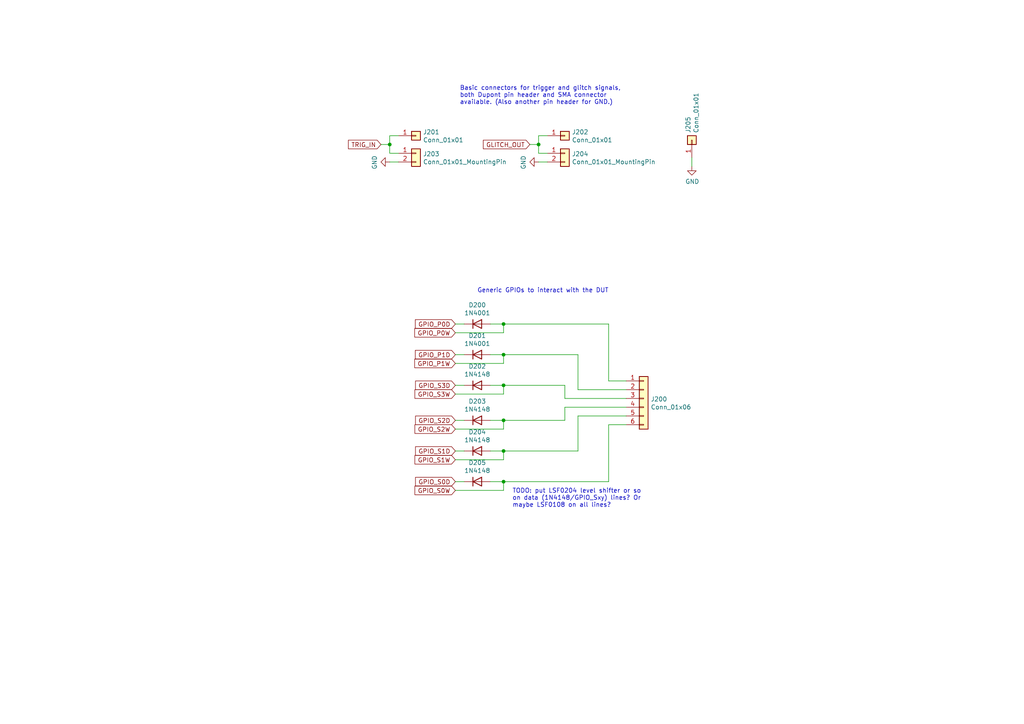
<source format=kicad_sch>
(kicad_sch (version 20211123) (generator eeschema)
  (paper "A4")
  (lib_symbols
    (symbol "Connector_Generic:Conn_01x01" (pin_names (offset 1.016) hide)
      (property "Reference" "J" (at 0 2.54 0))
      (property "Value" "Conn_01x01" (at 0 -2.54 0))
      (symbol "Conn_01x01_1_1"
        (rectangle (start -1.27 0.127) (end 0 -0.127) (stroke (width 0.1524)))
        (rectangle (start -1.27 1.27) (end 1.27 -1.27) (stroke (width 0.254)) (fill (type background)))
        (pin passive line (at -5.08 0 0) (length 3.81) (name "Pin_1") (number "1"))
      )
    )
    (symbol "Connector_Generic:Conn_01x02" (pin_names (offset 1.016) hide)
      (property "Reference" "J" (at 0 2.54 0))
      (property "Value" "Conn_01x02" (at 0 -5.08 0))
      (symbol "Conn_01x02_1_1"
        (rectangle (start -1.27 -2.413) (end 0 -2.667) (stroke (width 0.1524)))
        (rectangle (start -1.27 0.127) (end 0 -0.127) (stroke (width 0.1524)))
        (rectangle (start -1.27 1.27) (end 1.27 -3.81) (stroke (width 0.254)) (fill (type background)))
        (pin passive line (at -5.08 0 0) (length 3.81) (name "Pin_1") (number "1"))
        (pin passive line (at -5.08 -2.54 0) (length 3.81) (name "Pin_2") (number "2"))
      )
    )
    (symbol "Connector_Generic:Conn_01x06" (pin_names (offset 1.016) hide)
      (property "Reference" "J" (at 0 7.62 0))
      (property "Value" "Conn_01x06" (at 0 -10.16 0))
      (symbol "Conn_01x06_1_1"
        (rectangle (start -1.27 -7.493) (end 0 -7.747) (stroke (width 0.1524)))
        (rectangle (start -1.27 -4.953) (end 0 -5.207) (stroke (width 0.1524)))
        (rectangle (start -1.27 -2.413) (end 0 -2.667) (stroke (width 0.1524)))
        (rectangle (start -1.27 0.127) (end 0 -0.127) (stroke (width 0.1524)))
        (rectangle (start -1.27 2.667) (end 0 2.413) (stroke (width 0.1524)))
        (rectangle (start -1.27 5.207) (end 0 4.953) (stroke (width 0.1524)))
        (rectangle (start -1.27 6.35) (end 1.27 -8.89) (stroke (width 0.254)) (fill (type background)))
        (pin passive line (at -5.08 5.08 0) (length 3.81) (name "Pin_1") (number "1"))
        (pin passive line (at -5.08 2.54 0) (length 3.81) (name "Pin_2") (number "2"))
        (pin passive line (at -5.08 0 0) (length 3.81) (name "Pin_3") (number "3"))
        (pin passive line (at -5.08 -2.54 0) (length 3.81) (name "Pin_4") (number "4"))
        (pin passive line (at -5.08 -5.08 0) (length 3.81) (name "Pin_5") (number "5"))
        (pin passive line (at -5.08 -7.62 0) (length 3.81) (name "Pin_6") (number "6"))
      )
    )
    (symbol "Device:D" (pin_numbers hide) (pin_names (offset 1.016) hide)
      (property "Reference" "D" (at 0 2.54 0))
      (property "Value" "D" (at 0 -2.54 0))
      (symbol "D_0_1"
        (polyline (pts (xy -1.27 1.27) (xy -1.27 -1.27)) (stroke (width 0.254)))
        (polyline (pts (xy 1.27 0) (xy -1.27 0)))
        (polyline (pts (xy 1.27 1.27) (xy 1.27 -1.27) (xy -1.27 0) (xy 1.27 1.27)) (stroke (width 0.254)))
      )
      (symbol "D_1_1"
        (pin passive line (at -3.81 0 0) (length 2.54) (name "K") (number "1"))
        (pin passive line (at 3.81 0 180) (length 2.54) (name "A") (number "2"))
      )
    )
    (symbol "power:GND" (power) (pin_names (offset 0))
      (property "Value" "GND" (at 0 -3.81 0))
      (symbol "GND_0_1"
        (polyline (pts (xy 0 0) (xy 0 -1.27) (xy 1.27 -1.27) (xy 0 -2.54) (xy -1.27 -1.27) (xy 0 -1.27)))
      )
      (symbol "GND_1_1"
        (pin power_in line (at 0 0 270) (length 0) hide (name "GND") (number "1"))
      )
    )
  )
  (junction (at 146.05 93.98))
  (junction (at 156.21 41.91))
  (junction (at 146.05 130.81))
  (junction (at 146.05 111.76))
  (junction (at 146.05 102.87))
  (junction (at 146.05 139.7))
  (junction (at 113.03 41.91))
  (junction (at 146.05 121.92))
  (wire (pts (xy 134.62 102.87) (xy 132.08 102.87)))
  (wire (pts (xy 167.64 102.87) (xy 167.64 113.03)))
  (wire (pts (xy 181.61 123.19) (xy 176.53 123.19)))
  (wire (pts (xy 146.05 102.87) (xy 142.24 102.87)))
  (wire (pts (xy 181.61 110.49) (xy 176.53 110.49)))
  (wire (pts (xy 146.05 142.24) (xy 132.08 142.24)))
  (wire (pts (xy 181.61 113.03) (xy 167.64 113.03)))
  (wire (pts (xy 167.64 130.81) (xy 146.05 130.81)))
  (wire (pts (xy 156.21 44.45) (xy 156.21 41.91)))
  (wire (pts (xy 113.03 44.45) (xy 113.03 41.91)))
  (wire (pts (xy 167.64 102.87) (xy 146.05 102.87)))
  (wire (pts (xy 146.05 111.76) (xy 142.24 111.76)))
  (wire (pts (xy 146.05 121.92) (xy 146.05 124.46)))
  (wire (pts (xy 146.05 130.81) (xy 146.05 133.35)))
  (wire (pts (xy 176.53 93.98) (xy 176.53 110.49)))
  (wire (pts (xy 146.05 133.35) (xy 132.08 133.35)))
  (wire (pts (xy 200.66 45.72) (xy 200.66 48.26)))
  (wire (pts (xy 146.05 93.98) (xy 142.24 93.98)))
  (wire (pts (xy 146.05 121.92) (xy 142.24 121.92)))
  (wire (pts (xy 146.05 96.52) (xy 132.08 96.52)))
  (wire (pts (xy 156.21 46.99) (xy 158.75 46.99)))
  (wire (pts (xy 181.61 115.57) (xy 163.83 115.57)))
  (wire (pts (xy 113.03 39.37) (xy 113.03 41.91)))
  (wire (pts (xy 146.05 124.46) (xy 132.08 124.46)))
  (wire (pts (xy 158.75 39.37) (xy 156.21 39.37)))
  (wire (pts (xy 163.83 111.76) (xy 146.05 111.76)))
  (wire (pts (xy 181.61 118.11) (xy 163.83 118.11)))
  (wire (pts (xy 115.57 39.37) (xy 113.03 39.37)))
  (wire (pts (xy 146.05 130.81) (xy 142.24 130.81)))
  (wire (pts (xy 146.05 114.3) (xy 146.05 111.76)))
  (wire (pts (xy 113.03 41.91) (xy 110.49 41.91)))
  (wire (pts (xy 181.61 120.65) (xy 167.64 120.65)))
  (wire (pts (xy 158.75 44.45) (xy 156.21 44.45)))
  (wire (pts (xy 134.62 139.7) (xy 132.08 139.7)))
  (wire (pts (xy 163.83 118.11) (xy 163.83 121.92)))
  (wire (pts (xy 176.53 139.7) (xy 146.05 139.7)))
  (wire (pts (xy 134.62 111.76) (xy 132.08 111.76)))
  (wire (pts (xy 156.21 39.37) (xy 156.21 41.91)))
  (wire (pts (xy 163.83 121.92) (xy 146.05 121.92)))
  (wire (pts (xy 176.53 93.98) (xy 146.05 93.98)))
  (wire (pts (xy 115.57 44.45) (xy 113.03 44.45)))
  (wire (pts (xy 146.05 139.7) (xy 146.05 142.24)))
  (wire (pts (xy 167.64 120.65) (xy 167.64 130.81)))
  (wire (pts (xy 146.05 139.7) (xy 142.24 139.7)))
  (wire (pts (xy 146.05 102.87) (xy 146.05 105.41)))
  (wire (pts (xy 163.83 111.76) (xy 163.83 115.57)))
  (wire (pts (xy 113.03 46.99) (xy 115.57 46.99)))
  (wire (pts (xy 156.21 41.91) (xy 153.67 41.91)))
  (wire (pts (xy 146.05 105.41) (xy 132.08 105.41)))
  (wire (pts (xy 176.53 123.19) (xy 176.53 139.7)))
  (wire (pts (xy 134.62 93.98) (xy 132.08 93.98)))
  (wire (pts (xy 134.62 121.92) (xy 132.08 121.92)))
  (wire (pts (xy 146.05 93.98) (xy 146.05 96.52)))
  (wire (pts (xy 146.05 114.3) (xy 132.08 114.3)))
  (wire (pts (xy 134.62 130.81) (xy 132.08 130.81)))
  (text "Basic connectors for trigger and glitch signals,\nboth Dupont pin header and SMA connector\navailable. (Also another pin header for GND.)" (at 133.35 30.48 0) (effects (font (size 1.27 1.27)) (justify left bottom)))
  (text "TODO: put LSF0204 level shifter or so\non data (1N4148/GPIO_Sxy) lines? Or\nmaybe LSF0108 on all lines?" (at 148.59 147.32 0) (effects (font (size 1.27 1.27)) (justify left bottom)))
  (text "Generic GPIOs to interact with the DUT" (at 138.43 85.09 0) (effects (font (size 1.27 1.27)) (justify left bottom)))
  (global_label "GPIO_S2D" (shape input) (at 132.08 121.92 180) (property "Intersheet References" "${INTERSHEET_REFS}" (effects hide)))
  (global_label "GPIO_S3D" (shape input) (at 132.08 111.76 180) (property "Intersheet References" "${INTERSHEET_REFS}" (effects hide)))
  (global_label "GPIO_S0D" (shape input) (at 132.08 139.7 180) (property "Intersheet References" "${INTERSHEET_REFS}" (effects hide)))
  (global_label "GLITCH_OUT" (shape input) (at 153.67 41.91 180) (property "Intersheet References" "${INTERSHEET_REFS}" (effects hide)))
  (global_label "GPIO_S1W" (shape input) (at 132.08 133.35 180) (property "Intersheet References" "${INTERSHEET_REFS}" (effects hide)))
  (global_label "GPIO_S0W" (shape input) (at 132.08 142.24 180) (property "Intersheet References" "${INTERSHEET_REFS}" (effects hide)))
  (global_label "GPIO_S3W" (shape input) (at 132.08 114.3 180) (property "Intersheet References" "${INTERSHEET_REFS}" (effects hide)))
  (global_label "TRIG_IN" (shape input) (at 110.49 41.91 180) (property "Intersheet References" "${INTERSHEET_REFS}" (effects hide)))
  (global_label "GPIO_S1D" (shape input) (at 132.08 130.81 180) (property "Intersheet References" "${INTERSHEET_REFS}" (effects hide)))
  (global_label "GPIO_P1W" (shape input) (at 132.08 105.41 180) (property "Intersheet References" "${INTERSHEET_REFS}" (effects hide)))
  (global_label "GPIO_P0W" (shape input) (at 132.08 96.52 180) (property "Intersheet References" "${INTERSHEET_REFS}" (effects hide)))
  (global_label "GPIO_P0D" (shape input) (at 132.08 93.98 180) (property "Intersheet References" "${INTERSHEET_REFS}" (effects hide)))
  (global_label "GPIO_P1D" (shape input) (at 132.08 102.87 180) (property "Intersheet References" "${INTERSHEET_REFS}" (effects hide)))
  (global_label "GPIO_S2W" (shape input) (at 132.08 124.46 180) (property "Intersheet References" "${INTERSHEET_REFS}" (effects hide)))
  (symbol (lib_id "Connector_Generic:Conn_01x06") (at 186.69 115.57 0) (unit 1)
    (property "Reference" "J200" (at 188.722 115.7732 0) (effects (justify left)))
    (property "Value" "Conn_01x06" (at 188.722 118.0846 0) (effects (justify left)))
    (property "Footprint" "Connector_PinHeader_2.54mm:PinHeader_1x06_P2.54mm_Horizontal" (effects hide))
  )
  (symbol (lib_id "Device:D") (at 138.43 93.98 0) (unit 1)
    (property "Reference" "D200" (at 138.43 88.4682 0))
    (property "Value" "1N4001" (at 138.43 90.7796 0))
    (property "Footprint" "Diode_SMD:D_SOD-123" (effects hide))
  )
  (symbol (lib_id "Device:D") (at 138.43 102.87 0) (unit 1)
    (property "Reference" "D201" (at 138.43 97.3582 0))
    (property "Value" "1N4001" (at 138.43 99.6696 0))
    (property "Footprint" "Diode_SMD:D_SOD-123" (effects hide))
  )
  (symbol (lib_id "Device:D") (at 138.43 111.76 0) (unit 1)
    (property "Reference" "D202" (at 138.43 106.2482 0))
    (property "Value" "1N4148" (at 138.43 108.5596 0))
    (property "Footprint" "Diode_SMD:D_SOD-323" (effects hide))
  )
  (symbol (lib_id "Device:D") (at 138.43 121.92 0) (unit 1)
    (property "Reference" "D203" (at 138.43 116.4082 0))
    (property "Value" "1N4148" (at 138.43 118.7196 0))
    (property "Footprint" "Diode_SMD:D_SOD-323" (effects hide))
  )
  (symbol (lib_id "Device:D") (at 138.43 130.81 0) (unit 1)
    (property "Reference" "D204" (at 138.43 125.2982 0))
    (property "Value" "1N4148" (at 138.43 127.6096 0))
    (property "Footprint" "Diode_SMD:D_SOD-323" (effects hide))
  )
  (symbol (lib_id "Device:D") (at 138.43 139.7 0) (unit 1)
    (property "Reference" "D205" (at 138.43 134.1882 0))
    (property "Value" "1N4148" (at 138.43 136.4996 0))
    (property "Footprint" "Diode_SMD:D_SOD-323" (effects hide))
  )
  (symbol (lib_id "Connector_Generic:Conn_01x01") (at 120.65 39.37 0) (unit 1)
    (property "Reference" "J201" (at 122.682 38.3032 0) (effects (justify left)))
    (property "Value" "Conn_01x01" (at 122.682 40.6146 0) (effects (justify left)))
    (property "Footprint" "Connector_PinHeader_2.54mm:PinHeader_1x01_P2.54mm_Vertical" (effects hide))
  )
  (symbol (lib_id "Connector_Generic:Conn_01x02") (at 120.65 44.45 0) (unit 1)
    (property "Reference" "J203" (at 122.682 44.6532 0) (effects (justify left)))
    (property "Value" "Conn_01x01_MountingPin" (at 122.682 46.9646 0) (effects (justify left)))
    (property "Footprint" "Connector_Coaxial:SMA_Amphenol_132289_EdgeMount" (effects hide))
  )
  (symbol (lib_id "Connector_Generic:Conn_01x01") (at 163.83 39.37 0) (unit 1)
    (property "Reference" "J202" (at 165.862 38.3032 0) (effects (justify left)))
    (property "Value" "Conn_01x01" (at 165.862 40.6146 0) (effects (justify left)))
    (property "Footprint" "Connector_PinHeader_2.54mm:PinHeader_1x01_P2.54mm_Vertical" (effects hide))
  )
  (symbol (lib_id "Connector_Generic:Conn_01x02") (at 163.83 44.45 0) (unit 1)
    (property "Reference" "J204" (at 165.862 44.6532 0) (effects (justify left)))
    (property "Value" "Conn_01x01_MountingPin" (at 165.862 46.9646 0) (effects (justify left)))
    (property "Footprint" "Connector_Coaxial:SMA_Amphenol_132289_EdgeMount" (effects hide))
  )
  (symbol (lib_id "power:GND") (at 113.03 46.99 270) (unit 1)
    (property "Reference" "#PWR0131" (effects hide))
    (property "Value" "GND" (at 108.6358 47.117 0))
  )
  (symbol (lib_id "power:GND") (at 156.21 46.99 270) (unit 1)
    (property "Reference" "#PWR0132" (effects hide))
    (property "Value" "GND" (at 151.8158 47.117 0))
  )
  (symbol (lib_id "Connector_Generic:Conn_01x01") (at 200.66 40.64 90) (unit 1)
    (property "Reference" "J205" (at 199.5932 38.608 0) (effects (justify left)))
    (property "Value" "Conn_01x01" (at 201.9046 38.608 0) (effects (justify left)))
    (property "Footprint" "Connector_PinHeader_2.54mm:PinHeader_1x01_P2.54mm_Vertical" (effects hide))
  )
  (symbol (lib_id "power:GND") (at 200.66 48.26 0) (unit 1)
    (property "Reference" "#PWR0133" (effects hide))
    (property "Value" "GND" (at 200.787 52.6542 0))
  )
)
</source>
